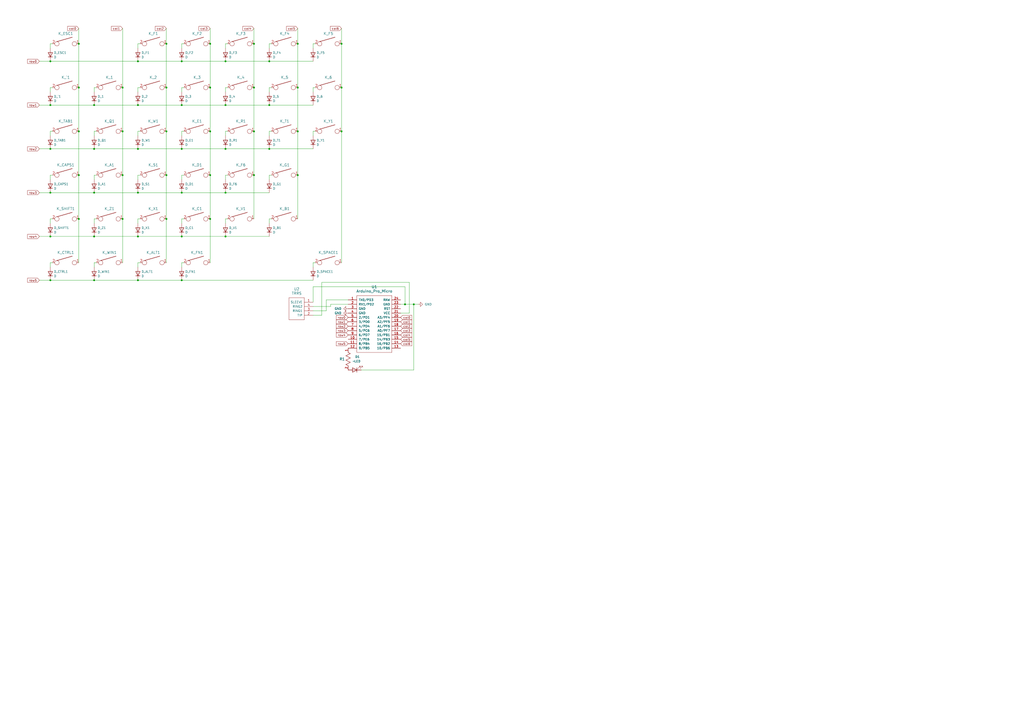
<source format=kicad_sch>
(kicad_sch (version 20230121) (generator eeschema)
  (paper "A2")
  (lib_symbols
    (symbol "2023-12-19_10-53-02:ERJP06J7R5V" (pin_names (offset 0.254))
      (property "Reference" "R" (at 5.715 3.81 0))
      (property "Value" "ERJP06J7R5V" (at 6.35 -3.81 0))
      (symbol "ERJP06J7R5V_1_1"
        (polyline (pts (xy 2.54 0) (xy 3.175 1.27)) (stroke (width 0.2032)))
        (polyline (pts (xy 3.175 1.27) (xy 4.445 -1.27)) (stroke (width 0.2032)))
        (polyline (pts (xy 4.445 -1.27) (xy 5.715 1.27)) (stroke (width 0.2032)))
        (polyline (pts (xy 5.715 1.27) (xy 6.985 -1.27)) (stroke (width 0.2032)))
        (polyline (pts (xy 6.985 -1.27) (xy 8.255 1.27)) (stroke (width 0.2032)))
        (polyline (pts (xy 8.255 1.27) (xy 9.525 -1.27)) (stroke (width 0.2032)))
        (polyline (pts (xy 9.525 -1.27) (xy 10.16 0)) (stroke (width 0.2032)))
        (pin unspecified line (at 12.7 0 180) (length 2.54) (name "") (number "1"))
        (pin unspecified line (at 0 0 0) (length 2.54) (name "") (number "2"))
      )
      (symbol "ERJP06J7R5V_1_2"
        (polyline (pts (xy -1.27 3.175) (xy 1.27 4.445)) (stroke (width 0.2032)))
        (polyline (pts (xy -1.27 5.715) (xy 1.27 6.985)) (stroke (width 0.2032)))
        (polyline (pts (xy -1.27 8.255) (xy 1.27 9.525)) (stroke (width 0.2032)))
        (polyline (pts (xy 0 2.54) (xy -1.27 3.175)) (stroke (width 0.2032)))
        (polyline (pts (xy 1.27 4.445) (xy -1.27 5.715)) (stroke (width 0.2032)))
        (polyline (pts (xy 1.27 6.985) (xy -1.27 8.255)) (stroke (width 0.2032)))
        (polyline (pts (xy 1.27 9.525) (xy 0 10.16)) (stroke (width 0.2032)))
        (pin unspecified line (at 0 12.7 270) (length 2.54) (name "") (number "1"))
        (pin unspecified line (at 0 0 90) (length 2.54) (name "") (number "2"))
      )
    )
    (symbol "Device:D" (pin_numbers hide) (pin_names (offset 1.016) hide)
      (property "Reference" "D" (at 0 2.54 0))
      (property "Value" "D" (at 0 -2.54 0))
      (symbol "D_0_1"
        (polyline (pts (xy -1.27 1.27) (xy -1.27 -1.27)) (stroke (width 0.254)))
        (polyline (pts (xy 1.27 0) (xy -1.27 0)))
        (polyline (pts (xy 1.27 1.27) (xy 1.27 -1.27) (xy -1.27 0) (xy 1.27 1.27)) (stroke (width 0.254)))
      )
      (symbol "D_1_1"
        (pin passive line (at -3.81 0 0) (length 2.54) (name "K") (number "1"))
        (pin passive line (at 3.81 0 180) (length 2.54) (name "A") (number "2"))
      )
    )
    (symbol "Device:LED" (pin_numbers hide) (pin_names (offset 1.016) hide)
      (property "Reference" "D" (at 0 2.54 0))
      (property "Value" "LED" (at 0 -2.54 0))
      (symbol "LED_0_1"
        (polyline (pts (xy -1.27 -1.27) (xy -1.27 1.27)) (stroke (width 0.254)))
        (polyline (pts (xy -1.27 0) (xy 1.27 0)))
        (polyline (pts (xy 1.27 -1.27) (xy 1.27 1.27) (xy -1.27 0) (xy 1.27 -1.27)) (stroke (width 0.254)))
        (polyline (pts (xy -3.048 -0.762) (xy -4.572 -2.286) (xy -3.81 -2.286) (xy -4.572 -2.286) (xy -4.572 -1.524)))
        (polyline (pts (xy -1.778 -0.762) (xy -3.302 -2.286) (xy -2.54 -2.286) (xy -3.302 -2.286) (xy -3.302 -1.524)))
      )
      (symbol "LED_1_1"
        (pin passive line (at -3.81 0 0) (length 2.54) (name "K") (number "1"))
        (pin passive line (at 3.81 0 180) (length 2.54) (name "A") (number "2"))
      )
    )
    (symbol "ScottoKeebs:MCU_Arduino_Pro_Micro" (pin_names (offset 1.016))
      (property "Reference" "U" (at 0 0 0))
      (property "Value" "Arduino_Pro_Micro" (at 0 -19.05 0))
      (symbol "MCU_Arduino_Pro_Micro_0_1"
        (rectangle (start -10.16 16.51) (end 10.16 -16.51))
      )
      (symbol "MCU_Arduino_Pro_Micro_1_1"
        (pin input line (at -15.24 13.97 0) (length 5.08) (name "TX0/PD3") (number "1"))
        (pin input line (at -15.24 -8.89 0) (length 5.08) (name "7/PE6") (number "10"))
        (pin input line (at -15.24 -11.43 0) (length 5.08) (name "8/PB4") (number "11"))
        (pin input line (at -15.24 -13.97 0) (length 5.08) (name "9/PB5") (number "12"))
        (pin input line (at 15.24 -13.97 180) (length 5.08) (name "10/PB6") (number "13"))
        (pin input line (at 15.24 -11.43 180) (length 5.08) (name "16/PB2") (number "14"))
        (pin input line (at 15.24 -8.89 180) (length 5.08) (name "14/PB3") (number "15"))
        (pin input line (at 15.24 -6.35 180) (length 5.08) (name "15/PB1") (number "16"))
        (pin input line (at 15.24 -3.81 180) (length 5.08) (name "A0/PF7") (number "17"))
        (pin input line (at 15.24 -1.27 180) (length 5.08) (name "A1/PF6") (number "18"))
        (pin input line (at 15.24 1.27 180) (length 5.08) (name "A2/PF5") (number "19"))
        (pin input line (at -15.24 11.43 0) (length 5.08) (name "RX1/PD2") (number "2"))
        (pin input line (at 15.24 3.81 180) (length 5.08) (name "A3/PF4") (number "20"))
        (pin input line (at 15.24 6.35 180) (length 5.08) (name "VCC") (number "21"))
        (pin input line (at 15.24 8.89 180) (length 5.08) (name "RST") (number "22"))
        (pin input line (at 15.24 11.43 180) (length 5.08) (name "GND") (number "23"))
        (pin input line (at 15.24 13.97 180) (length 5.08) (name "RAW") (number "24"))
        (pin input line (at -15.24 8.89 0) (length 5.08) (name "GND") (number "3"))
        (pin input line (at -15.24 6.35 0) (length 5.08) (name "GND") (number "4"))
        (pin input line (at -15.24 3.81 0) (length 5.08) (name "2/PD1") (number "5"))
        (pin input line (at -15.24 1.27 0) (length 5.08) (name "3/PD0") (number "6"))
        (pin input line (at -15.24 -1.27 0) (length 5.08) (name "4/PD4") (number "7"))
        (pin input line (at -15.24 -3.81 0) (length 5.08) (name "5/PC6") (number "8"))
        (pin input line (at -15.24 -6.35 0) (length 5.08) (name "6/PD7") (number "9"))
      )
    )
    (symbol "ScottoKeebs:Placeholder_TRRS" (pin_names (offset 1.016))
      (property "Reference" "U" (at 0 15.24 0))
      (property "Value" "TRRS" (at 0 -2.54 0))
      (symbol "Placeholder_TRRS_0_1"
        (rectangle (start -3.81 0) (end -3.81 12.7))
        (rectangle (start -3.81 0) (end 5.08 0))
        (rectangle (start -3.81 12.7) (end 5.08 12.7))
        (rectangle (start 5.08 12.7) (end 5.08 0))
      )
      (symbol "Placeholder_TRRS_1_1"
        (pin input line (at -8.89 2.54 0) (length 5.08) (name "SLEEVE") (number "1"))
        (pin input line (at -8.89 10.16 0) (length 5.08) (name "TIP") (number "2"))
        (pin input line (at -8.89 7.62 0) (length 5.08) (name "RING1") (number "3"))
        (pin input line (at -8.89 5.08 0) (length 5.08) (name "RING2") (number "4"))
      )
    )
    (symbol "keyboard_parts:KEYSW" (pin_names (offset 1.016))
      (property "Reference" "K?" (at -1.27 0 0))
      (symbol "KEYSW_0_1"
        (circle (center -5.08 0) (radius 1.27))
        (polyline (pts (xy -5.08 1.27) (xy 3.81 3.81)) (stroke (width 0.254)))
        (circle (center 5.08 0) (radius 1.27))
      )
      (symbol "KEYSW_1_1"
        (pin passive line (at 7.62 0 180) (length 1.27) (name "~") (number "1"))
        (pin passive line (at -7.62 0 0) (length 1.27) (name "~") (number "2"))
      )
    )
    (symbol "power:GND" (power) (pin_names (offset 0))
      (property "Value" "GND" (at 0 -3.81 0))
      (symbol "GND_0_1"
        (polyline (pts (xy 0 0) (xy 0 -1.27) (xy 1.27 -1.27) (xy 0 -2.54) (xy -1.27 -1.27) (xy 0 -1.27)))
      )
      (symbol "GND_1_1"
        (pin power_in line (at 0 0 270) (length 0) hide (name "GND") (number "1"))
      )
    )
  )
  (junction (at 105.41 111.76))
  (junction (at 54.61 111.76))
  (junction (at 45.72 127))
  (junction (at 105.41 137.16))
  (junction (at 71.12 50.8))
  (junction (at 80.01 86.36))
  (junction (at 198.12 50.8))
  (junction (at 156.21 86.36))
  (junction (at 156.21 35.56))
  (junction (at 147.32 101.6))
  (junction (at 172.72 76.2))
  (junction (at 156.21 60.96))
  (junction (at 54.61 137.16))
  (junction (at 71.12 127))
  (junction (at 121.92 25.4))
  (junction (at 29.21 35.56))
  (junction (at 54.61 162.56))
  (junction (at 29.21 162.56))
  (junction (at 105.41 162.56))
  (junction (at 172.72 25.4))
  (junction (at 29.21 60.96))
  (junction (at 130.81 137.16))
  (junction (at 96.52 101.6))
  (junction (at 29.21 111.76))
  (junction (at 130.81 86.36))
  (junction (at 54.61 86.36))
  (junction (at 147.32 76.2))
  (junction (at 96.52 50.8))
  (junction (at 80.01 35.56))
  (junction (at 121.92 127))
  (junction (at 240.03 176.53))
  (junction (at 234.95 176.53))
  (junction (at 96.52 76.2))
  (junction (at 96.52 25.4))
  (junction (at 105.41 35.56))
  (junction (at 54.61 60.96))
  (junction (at 45.72 50.8))
  (junction (at 130.81 60.96))
  (junction (at 71.12 101.6))
  (junction (at 105.41 60.96))
  (junction (at 198.12 25.4))
  (junction (at 121.92 50.8))
  (junction (at 80.01 162.56))
  (junction (at 71.12 76.2))
  (junction (at 121.92 101.6))
  (junction (at 80.01 111.76))
  (junction (at 121.92 76.2))
  (junction (at 45.72 76.2))
  (junction (at 45.72 25.4))
  (junction (at 172.72 101.6))
  (junction (at 105.41 86.36))
  (junction (at 29.21 137.16))
  (junction (at 147.32 50.8))
  (junction (at 198.12 76.2))
  (junction (at 45.72 101.6))
  (junction (at 29.21 86.36))
  (junction (at 80.01 60.96))
  (junction (at 130.81 111.76))
  (junction (at 147.32 25.4))
  (junction (at 130.81 35.56))
  (junction (at 96.52 127))
  (junction (at 80.01 137.16))
  (junction (at 172.72 50.8))
  (wire (pts (xy 22.86 162.56) (xy 29.21 162.56)))
  (wire (pts (xy 121.92 101.6) (xy 121.92 76.2)))
  (wire (pts (xy 29.21 127) (xy 29.21 129.54)))
  (wire (pts (xy 80.01 162.56) (xy 105.41 162.56)))
  (wire (pts (xy 54.61 76.2) (xy 54.61 78.74)))
  (wire (pts (xy 45.72 152.4) (xy 45.72 127)))
  (wire (pts (xy 106.68 101.6) (xy 105.41 101.6)))
  (wire (pts (xy 130.81 35.56) (xy 156.21 35.56)))
  (wire (pts (xy 156.21 86.36) (xy 181.61 86.36)))
  (wire (pts (xy 147.32 101.6) (xy 147.32 76.2)))
  (wire (pts (xy 105.41 86.36) (xy 130.81 86.36)))
  (wire (pts (xy 121.92 152.4) (xy 121.92 127)))
  (wire (pts (xy 29.21 86.36) (xy 54.61 86.36)))
  (wire (pts (xy 54.61 152.4) (xy 54.61 154.94)))
  (wire (pts (xy 172.72 127) (xy 172.72 101.6)))
  (wire (pts (xy 54.61 111.76) (xy 80.01 111.76)))
  (wire (pts (xy 191.77 176.53) (xy 191.77 177.8)))
  (wire (pts (xy 156.21 101.6) (xy 156.21 104.14)))
  (wire (pts (xy 71.12 16.51) (xy 71.12 50.8)))
  (wire (pts (xy 29.21 137.16) (xy 54.61 137.16)))
  (wire (pts (xy 29.21 101.6) (xy 29.21 104.14)))
  (wire (pts (xy 29.21 25.4) (xy 29.21 27.94)))
  (wire (pts (xy 96.52 76.2) (xy 96.52 50.8)))
  (wire (pts (xy 105.41 162.56) (xy 181.61 162.56)))
  (wire (pts (xy 54.61 127) (xy 54.61 129.54)))
  (wire (pts (xy 80.01 50.8) (xy 80.01 53.34)))
  (wire (pts (xy 106.68 152.4) (xy 105.41 152.4)))
  (wire (pts (xy 132.08 76.2) (xy 130.81 76.2)))
  (wire (pts (xy 55.88 127) (xy 54.61 127)))
  (wire (pts (xy 132.08 101.6) (xy 130.81 101.6)))
  (wire (pts (xy 240.03 176.53) (xy 242.57 176.53)))
  (wire (pts (xy 106.68 76.2) (xy 105.41 76.2)))
  (wire (pts (xy 22.86 86.36) (xy 29.21 86.36)))
  (wire (pts (xy 182.88 50.8) (xy 181.61 50.8)))
  (wire (pts (xy 105.41 60.96) (xy 130.81 60.96)))
  (wire (pts (xy 80.01 127) (xy 80.01 129.54)))
  (wire (pts (xy 54.61 137.16) (xy 80.01 137.16)))
  (wire (pts (xy 105.41 25.4) (xy 105.41 27.94)))
  (wire (pts (xy 29.21 60.96) (xy 54.61 60.96)))
  (wire (pts (xy 181.61 25.4) (xy 181.61 27.94)))
  (wire (pts (xy 29.21 35.56) (xy 80.01 35.56)))
  (wire (pts (xy 130.81 86.36) (xy 156.21 86.36)))
  (wire (pts (xy 80.01 137.16) (xy 105.41 137.16)))
  (wire (pts (xy 80.01 60.96) (xy 105.41 60.96)))
  (wire (pts (xy 54.61 50.8) (xy 54.61 53.34)))
  (wire (pts (xy 105.41 111.76) (xy 130.81 111.76)))
  (wire (pts (xy 156.21 25.4) (xy 156.21 27.94)))
  (wire (pts (xy 172.72 16.51) (xy 172.72 25.4)))
  (wire (pts (xy 157.48 76.2) (xy 156.21 76.2)))
  (wire (pts (xy 156.21 127) (xy 156.21 129.54)))
  (wire (pts (xy 189.23 180.34) (xy 189.23 173.99)))
  (wire (pts (xy 71.12 76.2) (xy 71.12 50.8)))
  (wire (pts (xy 121.92 16.51) (xy 121.92 25.4)))
  (wire (pts (xy 156.21 60.96) (xy 181.61 60.96)))
  (wire (pts (xy 198.12 16.51) (xy 198.12 25.4)))
  (wire (pts (xy 29.21 76.2) (xy 29.21 78.74)))
  (wire (pts (xy 105.41 137.16) (xy 130.81 137.16)))
  (wire (pts (xy 54.61 60.96) (xy 80.01 60.96)))
  (wire (pts (xy 80.01 86.36) (xy 105.41 86.36)))
  (wire (pts (xy 182.88 25.4) (xy 181.61 25.4)))
  (wire (pts (xy 45.72 16.51) (xy 45.72 25.4)))
  (wire (pts (xy 30.48 127) (xy 29.21 127)))
  (wire (pts (xy 71.12 101.6) (xy 71.12 76.2)))
  (wire (pts (xy 240.03 176.53) (xy 234.95 176.53)))
  (wire (pts (xy 172.72 50.8) (xy 172.72 25.4)))
  (wire (pts (xy 182.88 152.4) (xy 181.61 152.4)))
  (wire (pts (xy 130.81 25.4) (xy 130.81 27.94)))
  (wire (pts (xy 147.32 127) (xy 147.32 101.6)))
  (wire (pts (xy 156.21 50.8) (xy 156.21 53.34)))
  (wire (pts (xy 234.95 176.53) (xy 232.41 176.53)))
  (wire (pts (xy 147.32 50.8) (xy 147.32 25.4)))
  (wire (pts (xy 172.72 101.6) (xy 172.72 76.2)))
  (wire (pts (xy 30.48 101.6) (xy 29.21 101.6)))
  (wire (pts (xy 80.01 76.2) (xy 80.01 78.74)))
  (wire (pts (xy 22.86 35.56) (xy 29.21 35.56)))
  (wire (pts (xy 71.12 152.4) (xy 71.12 127)))
  (wire (pts (xy 45.72 127) (xy 45.72 101.6)))
  (wire (pts (xy 106.68 25.4) (xy 105.41 25.4)))
  (wire (pts (xy 191.77 177.8) (xy 181.61 177.8)))
  (wire (pts (xy 105.41 76.2) (xy 105.41 78.74)))
  (wire (pts (xy 45.72 50.8) (xy 45.72 25.4)))
  (wire (pts (xy 147.32 76.2) (xy 147.32 50.8)))
  (wire (pts (xy 181.61 76.2) (xy 181.61 78.74)))
  (wire (pts (xy 45.72 76.2) (xy 45.72 50.8)))
  (wire (pts (xy 182.88 76.2) (xy 181.61 76.2)))
  (wire (pts (xy 81.28 127) (xy 80.01 127)))
  (wire (pts (xy 132.08 50.8) (xy 130.81 50.8)))
  (wire (pts (xy 106.68 127) (xy 105.41 127)))
  (wire (pts (xy 105.41 152.4) (xy 105.41 154.94)))
  (wire (pts (xy 105.41 50.8) (xy 105.41 53.34)))
  (wire (pts (xy 80.01 35.56) (xy 105.41 35.56)))
  (wire (pts (xy 121.92 127) (xy 121.92 101.6)))
  (wire (pts (xy 22.86 60.96) (xy 29.21 60.96)))
  (wire (pts (xy 130.81 111.76) (xy 156.21 111.76)))
  (wire (pts (xy 157.48 101.6) (xy 156.21 101.6)))
  (wire (pts (xy 22.86 137.16) (xy 29.21 137.16)))
  (wire (pts (xy 201.93 176.53) (xy 191.77 176.53)))
  (wire (pts (xy 30.48 50.8) (xy 29.21 50.8)))
  (wire (pts (xy 189.23 173.99) (xy 201.93 173.99)))
  (wire (pts (xy 198.12 50.8) (xy 198.12 25.4)))
  (wire (pts (xy 209.55 214.63) (xy 240.03 214.63)))
  (wire (pts (xy 156.21 35.56) (xy 181.61 35.56)))
  (wire (pts (xy 80.01 152.4) (xy 80.01 154.94)))
  (wire (pts (xy 181.61 50.8) (xy 181.61 53.34)))
  (wire (pts (xy 80.01 111.76) (xy 105.41 111.76)))
  (wire (pts (xy 130.81 60.96) (xy 156.21 60.96)))
  (wire (pts (xy 81.28 50.8) (xy 80.01 50.8)))
  (wire (pts (xy 232.41 181.61) (xy 237.49 181.61)))
  (wire (pts (xy 29.21 162.56) (xy 54.61 162.56)))
  (wire (pts (xy 181.61 152.4) (xy 181.61 154.94)))
  (wire (pts (xy 29.21 50.8) (xy 29.21 53.34)))
  (wire (pts (xy 54.61 86.36) (xy 80.01 86.36)))
  (wire (pts (xy 181.61 180.34) (xy 189.23 180.34)))
  (wire (pts (xy 234.95 166.37) (xy 234.95 176.53)))
  (wire (pts (xy 198.12 152.4) (xy 198.12 76.2)))
  (wire (pts (xy 130.81 50.8) (xy 130.81 53.34)))
  (wire (pts (xy 30.48 76.2) (xy 29.21 76.2)))
  (wire (pts (xy 81.28 76.2) (xy 80.01 76.2)))
  (wire (pts (xy 55.88 50.8) (xy 54.61 50.8)))
  (wire (pts (xy 147.32 16.51) (xy 147.32 25.4)))
  (wire (pts (xy 81.28 152.4) (xy 80.01 152.4)))
  (wire (pts (xy 198.12 76.2) (xy 198.12 50.8)))
  (wire (pts (xy 80.01 101.6) (xy 80.01 104.14)))
  (wire (pts (xy 105.41 35.56) (xy 130.81 35.56)))
  (wire (pts (xy 157.48 25.4) (xy 156.21 25.4)))
  (wire (pts (xy 96.52 101.6) (xy 96.52 76.2)))
  (wire (pts (xy 157.48 50.8) (xy 156.21 50.8)))
  (wire (pts (xy 106.68 50.8) (xy 105.41 50.8)))
  (wire (pts (xy 81.28 101.6) (xy 80.01 101.6)))
  (wire (pts (xy 156.21 76.2) (xy 156.21 78.74)))
  (wire (pts (xy 45.72 101.6) (xy 45.72 76.2)))
  (wire (pts (xy 130.81 101.6) (xy 130.81 104.14)))
  (wire (pts (xy 55.88 101.6) (xy 54.61 101.6)))
  (wire (pts (xy 132.08 25.4) (xy 130.81 25.4)))
  (wire (pts (xy 132.08 127) (xy 130.81 127)))
  (wire (pts (xy 240.03 214.63) (xy 240.03 176.53)))
  (wire (pts (xy 186.69 163.83) (xy 186.69 182.88)))
  (wire (pts (xy 181.61 166.37) (xy 234.95 166.37)))
  (wire (pts (xy 96.52 50.8) (xy 96.52 25.4)))
  (wire (pts (xy 29.21 152.4) (xy 29.21 154.94)))
  (wire (pts (xy 130.81 127) (xy 130.81 129.54)))
  (wire (pts (xy 80.01 25.4) (xy 80.01 27.94)))
  (wire (pts (xy 157.48 127) (xy 156.21 127)))
  (wire (pts (xy 130.81 76.2) (xy 130.81 78.74)))
  (wire (pts (xy 22.86 111.76) (xy 29.21 111.76)))
  (wire (pts (xy 186.69 182.88) (xy 181.61 182.88)))
  (wire (pts (xy 71.12 127) (xy 71.12 101.6)))
  (wire (pts (xy 30.48 152.4) (xy 29.21 152.4)))
  (wire (pts (xy 55.88 76.2) (xy 54.61 76.2)))
  (wire (pts (xy 96.52 152.4) (xy 96.52 127)))
  (wire (pts (xy 54.61 162.56) (xy 80.01 162.56)))
  (wire (pts (xy 105.41 101.6) (xy 105.41 104.14)))
  (wire (pts (xy 96.52 16.51) (xy 96.52 25.4)))
  (wire (pts (xy 237.49 181.61) (xy 237.49 163.83)))
  (wire (pts (xy 81.28 25.4) (xy 80.01 25.4)))
  (wire (pts (xy 121.92 50.8) (xy 121.92 25.4)))
  (wire (pts (xy 181.61 175.26) (xy 181.61 166.37)))
  (wire (pts (xy 54.61 101.6) (xy 54.61 104.14)))
  (wire (pts (xy 29.21 111.76) (xy 54.61 111.76)))
  (wire (pts (xy 130.81 137.16) (xy 156.21 137.16)))
  (wire (pts (xy 237.49 163.83) (xy 186.69 163.83)))
  (wire (pts (xy 172.72 76.2) (xy 172.72 50.8)))
  (wire (pts (xy 96.52 127) (xy 96.52 101.6)))
  (wire (pts (xy 105.41 127) (xy 105.41 129.54)))
  (wire (pts (xy 121.92 76.2) (xy 121.92 50.8)))
  (wire (pts (xy 55.88 152.4) (xy 54.61 152.4)))
  (wire (pts (xy 30.48 25.4) (xy 29.21 25.4)))
  (global_label "row4" (shape input) (at 22.86 137.16 180) (property "Intersheetrefs" "${INTERSHEET_REFS}" (effects hide)))
  (global_label "row1" (shape input) (at 201.93 186.69 180) (property "Intersheetrefs" "${INTERSHEET_REFS}" (effects hide)))
  (global_label "col6" (shape input) (at 198.12 16.51 180) (property "Intersheetrefs" "${INTERSHEET_REFS}" (effects hide)))
  (global_label "row2" (shape input) (at 201.93 189.23 180) (property "Intersheetrefs" "${INTERSHEET_REFS}" (effects hide)))
  (global_label "col0" (shape input) (at 45.72 16.51 180) (property "Intersheetrefs" "${INTERSHEET_REFS}" (effects hide)))
  (global_label "col3" (shape input) (at 232.41 191.77 0) (property "Intersheetrefs" "${INTERSHEET_REFS}" (effects hide)))
  (global_label "col4" (shape input) (at 232.41 194.31 0) (property "Intersheetrefs" "${INTERSHEET_REFS}" (effects hide)))
  (global_label "row2" (shape input) (at 22.86 86.36 180) (property "Intersheetrefs" "${INTERSHEET_REFS}" (effects hide)))
  (global_label "col2" (shape input) (at 232.41 189.23 0) (property "Intersheetrefs" "${INTERSHEET_REFS}" (effects hide)))
  (global_label "row5" (shape input) (at 201.93 199.39 180) (property "Intersheetrefs" "${INTERSHEET_REFS}" (effects hide)))
  (global_label "row5" (shape input) (at 22.86 162.56 180) (property "Intersheetrefs" "${INTERSHEET_REFS}" (effects hide)))
  (global_label "col1" (shape input) (at 71.12 16.51 180) (property "Intersheetrefs" "${INTERSHEET_REFS}" (effects hide)))
  (global_label "col1" (shape input) (at 232.41 186.69 0) (property "Intersheetrefs" "${INTERSHEET_REFS}" (effects hide)))
  (global_label "row0" (shape input) (at 22.86 35.56 180) (property "Intersheetrefs" "${INTERSHEET_REFS}" (effects hide)))
  (global_label "col0" (shape input) (at 232.41 184.15 0) (property "Intersheetrefs" "${INTERSHEET_REFS}" (effects hide)))
  (global_label "col5" (shape input) (at 172.72 16.51 180) (property "Intersheetrefs" "${INTERSHEET_REFS}" (effects hide)))
  (global_label "row4" (shape input) (at 201.93 194.31 180) (property "Intersheetrefs" "${INTERSHEET_REFS}" (effects hide)))
  (global_label "row1" (shape input) (at 22.86 60.96 180) (property "Intersheetrefs" "${INTERSHEET_REFS}" (effects hide)))
  (global_label "col2" (shape input) (at 96.52 16.51 180) (property "Intersheetrefs" "${INTERSHEET_REFS}" (effects hide)))
  (global_label "col6" (shape input) (at 232.41 199.39 0) (property "Intersheetrefs" "${INTERSHEET_REFS}" (effects hide)))
  (global_label "row3" (shape input) (at 22.86 111.76 180) (property "Intersheetrefs" "${INTERSHEET_REFS}" (effects hide)))
  (global_label "col5" (shape input) (at 232.41 196.85 0) (property "Intersheetrefs" "${INTERSHEET_REFS}" (effects hide)))
  (global_label "row3" (shape input) (at 201.93 191.77 180) (property "Intersheetrefs" "${INTERSHEET_REFS}" (effects hide)))
  (global_label "col4" (shape input) (at 147.32 16.51 180) (property "Intersheetrefs" "${INTERSHEET_REFS}" (effects hide)))
  (global_label "row0" (shape input) (at 201.93 184.15 180) (property "Intersheetrefs" "${INTERSHEET_REFS}" (effects hide)))
  (global_label "col3" (shape input) (at 121.92 16.51 180) (property "Intersheetrefs" "${INTERSHEET_REFS}" (effects hide)))
  (symbol (lib_id "power:GND") (at 242.57 176.53 90) (unit 1)
    (property "Reference" "#PWR03" (effects hide))
    (property "Value" "GND" (at 246.38 176.53 90) (effects (justify right)))
  )
  (symbol (lib_id "keyboard_parts:KEYSW") (at 190.5 25.4 0) (unit 1)
    (property "Reference" "K_F5" (at 190.5 19.4818 0) (effects (font (size 1.524 1.524))))
    (property "Value" "KEYSW" (effects hide))
    (property "Footprint" "MX_Alps_Hybrid_3:MXOnly-1U-Hotswap" (effects hide))
  )
  (symbol (lib_id "keyboard_parts:KEYSW") (at 38.1 76.2 0) (unit 1)
    (property "Reference" "K_TAB1" (at 38.1 70.2818 0) (effects (font (size 1.524 1.524))))
    (property "Value" "KEYSW" (effects hide))
    (property "Footprint" "MX_Alps_Hybrid_3:MXOnly-1.5U-Hotswap" (effects hide))
  )
  (symbol (lib_id "Device:D") (at 156.21 57.15 90) (unit 1)
    (property "Reference" "D_5" (at 158.2166 55.9816 90) (effects (justify right)))
    (property "Value" "D" (at 158.2166 58.547 90) (effects (justify right)))
    (property "Footprint" "keyboard_parts:D_SOD123_axial" (effects hide))
  )
  (symbol (lib_id "Device:D") (at 54.61 82.55 90) (unit 1)
    (property "Reference" "D_Q1" (at 56.6166 81.3816 90) (effects (justify right)))
    (property "Value" "D" (at 56.6166 83.947 90) (effects (justify right)))
    (property "Footprint" "keyboard_parts:D_SOD123_axial" (effects hide))
  )
  (symbol (lib_id "keyboard_parts:KEYSW") (at 114.3 101.6 0) (unit 1)
    (property "Reference" "K_D1" (at 114.3 95.6818 0) (effects (font (size 1.524 1.524))))
    (property "Value" "KEYSW" (effects hide))
    (property "Footprint" "MX_Alps_Hybrid_3:MXOnly-1U-Hotswap" (effects hide))
  )
  (symbol (lib_id "Device:D") (at 29.21 31.75 90) (unit 1)
    (property "Reference" "D_ESC1" (at 31.2166 30.5816 90) (effects (justify right)))
    (property "Value" "D" (at 31.2166 33.147 90) (effects (justify right)))
    (property "Footprint" "keyboard_parts:D_SOD123_axial" (effects hide))
  )
  (symbol (lib_id "Device:D") (at 29.21 158.75 90) (unit 1)
    (property "Reference" "D_CTRL1" (at 31.2166 157.5816 90) (effects (justify right)))
    (property "Value" "D" (at 31.2166 160.147 90) (effects (justify right)))
    (property "Footprint" "keyboard_parts:D_SOD123_axial" (effects hide))
  )
  (symbol (lib_id "keyboard_parts:KEYSW") (at 88.9 127 0) (unit 1)
    (property "Reference" "K_X1" (at 88.9 121.0818 0) (effects (font (size 1.524 1.524))))
    (property "Value" "KEYSW" (effects hide))
    (property "Footprint" "MX_Alps_Hybrid_3:MXOnly-1U-Hotswap" (effects hide))
  )
  (symbol (lib_id "keyboard_parts:KEYSW") (at 63.5 101.6 0) (unit 1)
    (property "Reference" "K_A1" (at 63.5 95.6818 0) (effects (font (size 1.524 1.524))))
    (property "Value" "KEYSW" (effects hide))
    (property "Footprint" "MX_Alps_Hybrid_3:MXOnly-1U-Hotswap" (effects hide))
  )
  (symbol (lib_id "keyboard_parts:KEYSW") (at 114.3 76.2 0) (unit 1)
    (property "Reference" "K_E1" (at 114.3 70.2818 0) (effects (font (size 1.524 1.524))))
    (property "Value" "KEYSW" (effects hide))
    (property "Footprint" "MX_Alps_Hybrid_3:MXOnly-1U-Hotswap" (effects hide))
  )
  (symbol (lib_id "Device:D") (at 181.61 31.75 90) (unit 1)
    (property "Reference" "D_F5" (at 183.6166 30.5816 90) (effects (justify right)))
    (property "Value" "D" (at 183.6166 33.147 90) (effects (justify right)))
    (property "Footprint" "keyboard_parts:D_SOD123_axial" (effects hide))
  )
  (symbol (lib_id "Device:D") (at 54.61 107.95 90) (unit 1)
    (property "Reference" "D_A1" (at 56.6166 106.7816 90) (effects (justify right)))
    (property "Value" "D" (at 56.6166 109.347 90) (effects (justify right)))
    (property "Footprint" "keyboard_parts:D_SOD123_axial" (effects hide))
  )
  (symbol (lib_id "Device:D") (at 54.61 133.35 90) (unit 1)
    (property "Reference" "D_Z1" (at 56.6166 132.1816 90) (effects (justify right)))
    (property "Value" "D" (at 56.6166 134.747 90) (effects (justify right)))
    (property "Footprint" "keyboard_parts:D_SOD123_axial" (effects hide))
  )
  (symbol (lib_id "keyboard_parts:KEYSW") (at 38.1 127 0) (unit 1)
    (property "Reference" "K_SHIFT1" (at 38.1 121.0818 0) (effects (font (size 1.524 1.524))))
    (property "Value" "KEYSW" (effects hide))
    (property "Footprint" "MX_Alps_Hybrid_3:MXOnly-2.25U-Hotswap" (effects hide))
  )
  (symbol (lib_id "keyboard_parts:KEYSW") (at 63.5 152.4 0) (unit 1)
    (property "Reference" "K_WIN1" (at 63.5 146.4818 0) (effects (font (size 1.524 1.524))))
    (property "Value" "KEYSW" (effects hide))
    (property "Footprint" "MX_Alps_Hybrid_3:MXOnly-1.25U-Hotswap" (effects hide))
  )
  (symbol (lib_id "Device:D") (at 130.81 107.95 90) (unit 1)
    (property "Reference" "D_F6" (at 132.8166 106.7816 90) (effects (justify right)))
    (property "Value" "D" (at 132.8166 109.347 90) (effects (justify right)))
    (property "Footprint" "keyboard_parts:D_SOD123_axial" (effects hide))
  )
  (symbol (lib_id "2023-12-19_10-53-02:ERJP06J7R5V") (at 201.93 214.63 90) (unit 1)
    (property "Reference" "R1" (at 196.85 208.28 90) (effects (font (size 1.524 1.524)) (justify right)))
    (property "Value" "~" (at 204.47 209.55 90) (effects (font (size 1.524 1.524)) (justify right)))
    (property "Footprint" "Resistor_SMD:R_0805_2012Metric_Pad1.20x1.40mm_HandSolder" (effects hide))
    (property "Datasheet" "ERJP06J7R5V" (effects hide))
  )
  (symbol (lib_id "Device:D") (at 156.21 107.95 90) (unit 1)
    (property "Reference" "D_G1" (at 158.2166 106.7816 90) (effects (justify right)))
    (property "Value" "D" (at 158.2166 109.347 90) (effects (justify right)))
    (property "Footprint" "keyboard_parts:D_SOD123_axial" (effects hide))
  )
  (symbol (lib_id "keyboard_parts:KEYSW") (at 190.5 152.4 0) (unit 1)
    (property "Reference" "K_SPACE1" (at 190.5 146.4818 0) (effects (font (size 1.524 1.524))))
    (property "Value" "KEYSW" (effects hide))
    (property "Footprint" "MX_Alps_Hybrid_3:MXOnly-2.25U-Hotswap" (effects hide))
  )
  (symbol (lib_id "Device:D") (at 105.41 31.75 90) (unit 1)
    (property "Reference" "D_F2" (at 107.4166 30.5816 90) (effects (justify right)))
    (property "Value" "D" (at 107.4166 33.147 90) (effects (justify right)))
    (property "Footprint" "keyboard_parts:D_SOD123_axial" (effects hide))
  )
  (symbol (lib_id "Device:D") (at 181.61 158.75 90) (unit 1)
    (property "Reference" "D_SPACE1" (at 183.6166 157.5816 90) (effects (justify right)))
    (property "Value" "D" (at 183.6166 160.147 90) (effects (justify right)))
    (property "Footprint" "keyboard_parts:D_SOD123_axial" (effects hide))
  )
  (symbol (lib_id "power:GND") (at 201.93 181.61 270) (unit 1)
    (property "Reference" "#PWR02" (effects hide))
    (property "Value" "GND" (at 198.12 181.61 90) (effects (justify right)))
  )
  (symbol (lib_id "keyboard_parts:KEYSW") (at 190.5 50.8 0) (unit 1)
    (property "Reference" "K_6" (at 190.5 44.8818 0) (effects (font (size 1.524 1.524))))
    (property "Value" "KEYSW" (effects hide))
    (property "Footprint" "MX_Alps_Hybrid_3:MXOnly-1U-Hotswap" (effects hide))
  )
  (symbol (lib_id "Device:D") (at 130.81 57.15 90) (unit 1)
    (property "Reference" "D_4" (at 132.8166 55.9816 90) (effects (justify right)))
    (property "Value" "D" (at 132.8166 58.547 90) (effects (justify right)))
    (property "Footprint" "keyboard_parts:D_SOD123_axial" (effects hide))
  )
  (symbol (lib_id "Device:D") (at 29.21 133.35 90) (unit 1)
    (property "Reference" "D_SHIFT1" (at 31.2166 132.1816 90) (effects (justify right)))
    (property "Value" "D" (at 31.2166 134.747 90) (effects (justify right)))
    (property "Footprint" "keyboard_parts:D_SOD123_axial" (effects hide))
  )
  (symbol (lib_id "keyboard_parts:KEYSW") (at 88.9 76.2 0) (unit 1)
    (property "Reference" "K_W1" (at 88.9 70.2818 0) (effects (font (size 1.524 1.524))))
    (property "Value" "KEYSW" (effects hide))
    (property "Footprint" "MX_Alps_Hybrid_3:MXOnly-1U-Hotswap" (effects hide))
  )
  (symbol (lib_id "ScottoKeebs:MCU_Arduino_Pro_Micro") (at 217.17 187.96 0) (unit 1)
    (property "Reference" "U1" (at 217.17 166.37 0) (effects (font (size 1.524 1.524))))
    (property "Value" "Arduino_Pro_Micro" (at 217.17 168.91 0) (effects (font (size 1.524 1.524))))
    (property "Footprint" "ScottoKeebs_MCU:Arduino_Pro_Micro" (effects hide))
  )
  (symbol (lib_id "keyboard_parts:KEYSW") (at 63.5 50.8 0) (unit 1)
    (property "Reference" "K_1" (at 63.5 44.8818 0) (effects (font (size 1.524 1.524))))
    (property "Value" "KEYSW" (effects hide))
    (property "Footprint" "MX_Alps_Hybrid_3:MXOnly-1U-Hotswap" (effects hide))
  )
  (symbol (lib_id "keyboard_parts:KEYSW") (at 139.7 101.6 0) (unit 1)
    (property "Reference" "K_F6" (at 139.7 95.6818 0) (effects (font (size 1.524 1.524))))
    (property "Value" "KEYSW" (effects hide))
    (property "Footprint" "MX_Alps_Hybrid_3:MXOnly-1U-Hotswap" (effects hide))
  )
  (symbol (lib_id "Device:D") (at 105.41 133.35 90) (unit 1)
    (property "Reference" "D_C1" (at 107.4166 132.1816 90) (effects (justify right)))
    (property "Value" "D" (at 107.4166 134.747 90) (effects (justify right)))
    (property "Footprint" "keyboard_parts:D_SOD123_axial" (effects hide))
  )
  (symbol (lib_id "keyboard_parts:KEYSW") (at 165.1 76.2 0) (unit 1)
    (property "Reference" "K_T1" (at 165.1 70.2818 0) (effects (font (size 1.524 1.524))))
    (property "Value" "KEYSW" (effects hide))
    (property "Footprint" "MX_Alps_Hybrid_3:MXOnly-1U-Hotswap" (effects hide))
  )
  (symbol (lib_id "keyboard_parts:KEYSW") (at 38.1 101.6 0) (unit 1)
    (property "Reference" "K_CAPS1" (at 38.1 95.6818 0) (effects (font (size 1.524 1.524))))
    (property "Value" "KEYSW" (effects hide))
    (property "Footprint" "MX_Alps_Hybrid_3:MXOnly-1.75U-Hotswap" (effects hide))
  )
  (symbol (lib_id "keyboard_parts:KEYSW") (at 139.7 50.8 0) (unit 1)
    (property "Reference" "K_4" (at 139.7 44.8818 0) (effects (font (size 1.524 1.524))))
    (property "Value" "KEYSW" (effects hide))
    (property "Footprint" "MX_Alps_Hybrid_3:MXOnly-1U-Hotswap" (effects hide))
  )
  (symbol (lib_id "keyboard_parts:KEYSW") (at 114.3 152.4 0) (unit 1)
    (property "Reference" "K_FN1" (at 114.3 146.4818 0) (effects (font (size 1.524 1.524))))
    (property "Value" "KEYSW" (effects hide))
    (property "Footprint" "MX_Alps_Hybrid_3:MXOnly-1.25U-Hotswap" (effects hide))
  )
  (symbol (lib_id "keyboard_parts:KEYSW") (at 114.3 50.8 0) (unit 1)
    (property "Reference" "K_3" (at 114.3 44.8818 0) (effects (font (size 1.524 1.524))))
    (property "Value" "KEYSW" (effects hide))
    (property "Footprint" "MX_Alps_Hybrid_3:MXOnly-1U-Hotswap" (effects hide))
  )
  (symbol (lib_id "Device:D") (at 181.61 57.15 90) (unit 1)
    (property "Reference" "D_6" (at 183.6166 55.9816 90) (effects (justify right)))
    (property "Value" "D" (at 183.6166 58.547 90) (effects (justify right)))
    (property "Footprint" "keyboard_parts:D_SOD123_axial" (effects hide))
  )
  (symbol (lib_id "Device:D") (at 130.81 82.55 90) (unit 1)
    (property "Reference" "D_R1" (at 132.8166 81.3816 90) (effects (justify right)))
    (property "Value" "D" (at 132.8166 83.947 90) (effects (justify right)))
    (property "Footprint" "keyboard_parts:D_SOD123_axial" (effects hide))
  )
  (symbol (lib_id "Device:D") (at 105.41 57.15 90) (unit 1)
    (property "Reference" "D_3" (at 107.4166 55.9816 90) (effects (justify right)))
    (property "Value" "D" (at 107.4166 58.547 90) (effects (justify right)))
    (property "Footprint" "keyboard_parts:D_SOD123_axial" (effects hide))
  )
  (symbol (lib_id "Device:D") (at 156.21 31.75 90) (unit 1)
    (property "Reference" "D_F4" (at 158.2166 30.5816 90) (effects (justify right)))
    (property "Value" "D" (at 158.2166 33.147 90) (effects (justify right)))
    (property "Footprint" "keyboard_parts:D_SOD123_axial" (effects hide))
  )
  (symbol (lib_id "Device:D") (at 105.41 82.55 90) (unit 1)
    (property "Reference" "D_E1" (at 107.4166 81.3816 90) (effects (justify right)))
    (property "Value" "D" (at 107.4166 83.947 90) (effects (justify right)))
    (property "Footprint" "keyboard_parts:D_SOD123_axial" (effects hide))
  )
  (symbol (lib_id "keyboard_parts:KEYSW") (at 165.1 50.8 0) (unit 1)
    (property "Reference" "K_5" (at 165.1 44.8818 0) (effects (font (size 1.524 1.524))))
    (property "Value" "KEYSW" (effects hide))
    (property "Footprint" "MX_Alps_Hybrid_3:MXOnly-1U-Hotswap" (effects hide))
  )
  (symbol (lib_id "keyboard_parts:KEYSW") (at 63.5 76.2 0) (unit 1)
    (property "Reference" "K_Q1" (at 63.5 70.2818 0) (effects (font (size 1.524 1.524))))
    (property "Value" "KEYSW" (effects hide))
    (property "Footprint" "MX_Alps_Hybrid_3:MXOnly-1U-Hotswap" (effects hide))
  )
  (symbol (lib_id "Device:LED") (at 205.74 214.63 180) (unit 1)
    (property "Reference" "D1" (at 207.3275 207.01 0))
    (property "Value" "LED" (at 207.3275 209.55 0))
    (property "Footprint" "MX6AWT_A1_0000_000D51 footprint:LED_CREE_MX6" (effects hide))
  )
  (symbol (lib_id "keyboard_parts:KEYSW") (at 139.7 25.4 0) (unit 1)
    (property "Reference" "K_F3" (at 139.7 19.4818 0) (effects (font (size 1.524 1.524))))
    (property "Value" "KEYSW" (effects hide))
    (property "Footprint" "MX_Alps_Hybrid_3:MXOnly-1U-Hotswap" (effects hide))
  )
  (symbol (lib_id "ScottoKeebs:Placeholder_TRRS") (at 172.72 172.72 180) (unit 1)
    (property "Reference" "U2" (at 172.085 167.64 0) (effects (font (size 1.524 1.524))))
    (property "Value" "TRRS" (at 172.085 170.18 0) (effects (font (size 1.524 1.524))))
    (property "Footprint" "ScottoKeebs_Components:TRRS_PJ-320A" (effects hide))
  )
  (symbol (lib_id "keyboard_parts:KEYSW") (at 165.1 127 0) (unit 1)
    (property "Reference" "K_B1" (at 165.1 121.0818 0) (effects (font (size 1.524 1.524))))
    (property "Value" "KEYSW" (effects hide))
    (property "Footprint" "MX_Alps_Hybrid_3:MXOnly-1U-Hotswap" (effects hide))
  )
  (symbol (lib_id "Device:D") (at 29.21 107.95 90) (unit 1)
    (property "Reference" "D_CAPS1" (at 31.2166 106.7816 90) (effects (justify right)))
    (property "Value" "D" (at 31.2166 109.347 90) (effects (justify right)))
    (property "Footprint" "keyboard_parts:D_SOD123_axial" (effects hide))
  )
  (symbol (lib_id "Device:D") (at 80.01 158.75 90) (unit 1)
    (property "Reference" "D_ALT1" (at 82.0166 157.5816 90) (effects (justify right)))
    (property "Value" "D" (at 82.0166 160.147 90) (effects (justify right)))
    (property "Footprint" "keyboard_parts:D_SOD123_axial" (effects hide))
  )
  (symbol (lib_id "Device:D") (at 80.01 133.35 90) (unit 1)
    (property "Reference" "D_X1" (at 82.0166 132.1816 90) (effects (justify right)))
    (property "Value" "D" (at 82.0166 134.747 90) (effects (justify right)))
    (property "Footprint" "keyboard_parts:D_SOD123_axial" (effects hide))
  )
  (symbol (lib_id "Device:D") (at 29.21 57.15 90) (unit 1)
    (property "Reference" "D_`1" (at 31.2166 55.9816 90) (effects (justify right)))
    (property "Value" "D" (at 31.2166 58.547 90) (effects (justify right)))
    (property "Footprint" "keyboard_parts:D_SOD123_axial" (effects hide))
  )
  (symbol (lib_id "power:GND") (at 201.93 179.07 270) (unit 1)
    (property "Reference" "#PWR01" (effects hide))
    (property "Value" "GND" (at 198.12 179.07 90) (effects (justify right)))
  )
  (symbol (lib_id "keyboard_parts:KEYSW") (at 88.9 152.4 0) (unit 1)
    (property "Reference" "K_ALT1" (at 88.9 146.4818 0) (effects (font (size 1.524 1.524))))
    (property "Value" "KEYSW" (effects hide))
    (property "Footprint" "MX_Alps_Hybrid_3:MXOnly-1.25U-Hotswap" (effects hide))
  )
  (symbol (lib_id "keyboard_parts:KEYSW") (at 88.9 50.8 0) (unit 1)
    (property "Reference" "K_2" (at 88.9 44.8818 0) (effects (font (size 1.524 1.524))))
    (property "Value" "KEYSW" (effects hide))
    (property "Footprint" "MX_Alps_Hybrid_3:MXOnly-1U-Hotswap" (effects hide))
  )
  (symbol (lib_id "keyboard_parts:KEYSW") (at 139.7 127 0) (unit 1)
    (property "Reference" "K_V1" (at 139.7 121.0818 0) (effects (font (size 1.524 1.524))))
    (property "Value" "KEYSW" (effects hide))
    (property "Footprint" "MX_Alps_Hybrid_3:MXOnly-1U-Hotswap" (effects hide))
  )
  (symbol (lib_id "Device:D") (at 156.21 133.35 90) (unit 1)
    (property "Reference" "D_B1" (at 158.2166 132.1816 90) (effects (justify right)))
    (property "Value" "D" (at 158.2166 134.747 90) (effects (justify right)))
    (property "Footprint" "keyboard_parts:D_SOD123_axial" (effects hide))
  )
  (symbol (lib_id "Device:D") (at 29.21 82.55 90) (unit 1)
    (property "Reference" "D_TAB1" (at 31.2166 81.3816 90) (effects (justify right)))
    (property "Value" "D" (at 31.2166 83.947 90) (effects (justify right)))
    (property "Footprint" "keyboard_parts:D_SOD123_axial" (effects hide))
  )
  (symbol (lib_id "Device:D") (at 80.01 31.75 90) (unit 1)
    (property "Reference" "D_F1" (at 82.0166 30.5816 90) (effects (justify right)))
    (property "Value" "D" (at 82.0166 33.147 90) (effects (justify right)))
    (property "Footprint" "keyboard_parts:D_SOD123_axial" (effects hide))
  )
  (symbol (lib_id "Device:D") (at 105.41 158.75 90) (unit 1)
    (property "Reference" "D_FN1" (at 107.4166 157.5816 90) (effects (justify right)))
    (property "Value" "D" (at 107.4166 160.147 90) (effects (justify right)))
    (property "Footprint" "keyboard_parts:D_SOD123_axial" (effects hide))
  )
  (symbol (lib_id "keyboard_parts:KEYSW") (at 88.9 25.4 0) (unit 1)
    (property "Reference" "K_F1" (at 88.9 19.4818 0) (effects (font (size 1.524 1.524))))
    (property "Value" "KEYSW" (effects hide))
    (property "Footprint" "MX_Alps_Hybrid_3:MXOnly-1U-Hotswap" (effects hide))
  )
  (symbol (lib_id "keyboard_parts:KEYSW") (at 38.1 25.4 0) (unit 1)
    (property "Reference" "K_ESC1" (at 38.1 19.4818 0) (effects (font (size 1.524 1.524))))
    (property "Value" "KEYSW" (effects hide))
    (property "Footprint" "MX_Alps_Hybrid_3:MXOnly-1U-Hotswap" (effects hide))
  )
  (symbol (lib_id "keyboard_parts:KEYSW") (at 114.3 127 0) (unit 1)
    (property "Reference" "K_C1" (at 114.3 121.0818 0) (effects (font (size 1.524 1.524))))
    (property "Value" "KEYSW" (effects hide))
    (property "Footprint" "MX_Alps_Hybrid_3:MXOnly-1U-Hotswap" (effects hide))
  )
  (symbol (lib_id "Device:D") (at 80.01 57.15 90) (unit 1)
    (property "Reference" "D_2" (at 82.0166 55.9816 90) (effects (justify right)))
    (property "Value" "D" (at 82.0166 58.547 90) (effects (justify right)))
    (property "Footprint" "keyboard_parts:D_SOD123_axial" (effects hide))
  )
  (symbol (lib_id "Device:D") (at 156.21 82.55 90) (unit 1)
    (property "Reference" "D_T1" (at 158.2166 81.3816 90) (effects (justify right)))
    (property "Value" "D" (at 158.2166 83.947 90) (effects (justify right)))
    (property "Footprint" "keyboard_parts:D_SOD123_axial" (effects hide))
  )
  (symbol (lib_id "Device:D") (at 130.81 31.75 90) (unit 1)
    (property "Reference" "D_F3" (at 132.8166 30.5816 90) (effects (justify right)))
    (property "Value" "D" (at 132.8166 33.147 90) (effects (justify right)))
    (property "Footprint" "keyboard_parts:D_SOD123_axial" (effects hide))
  )
  (symbol (lib_id "keyboard_parts:KEYSW") (at 63.5 127 0) (unit 1)
    (property "Reference" "K_Z1" (at 63.5 121.0818 0) (effects (font (size 1.524 1.524))))
    (property "Value" "KEYSW" (effects hide))
    (property "Footprint" "MX_Alps_Hybrid_3:MXOnly-1U-Hotswap" (effects hide))
  )
  (symbol (lib_id "Device:D") (at 80.01 107.95 90) (unit 1)
    (property "Reference" "D_S1" (at 82.0166 106.7816 90) (effects (justify right)))
    (property "Value" "D" (at 82.0166 109.347 90) (effects (justify right)))
    (property "Footprint" "keyboard_parts:D_SOD123_axial" (effects hide))
  )
  (symbol (lib_id "Device:D") (at 54.61 57.15 90) (unit 1)
    (property "Reference" "D_1" (at 56.6166 55.9816 90) (effects (justify right)))
    (property "Value" "D" (at 56.6166 58.547 90) (effects (justify right)))
    (property "Footprint" "keyboard_parts:D_SOD123_axial" (effects hide))
  )
  (symbol (lib_id "keyboard_parts:KEYSW") (at 88.9 101.6 0) (unit 1)
    (property "Reference" "K_S1" (at 88.9 95.6818 0) (effects (font (size 1.524 1.524))))
    (property "Value" "KEYSW" (effects hide))
    (property "Footprint" "MX_Alps_Hybrid_3:MXOnly-1U-Hotswap" (effects hide))
  )
  (symbol (lib_id "Device:D") (at 130.81 133.35 90) (unit 1)
    (property "Reference" "D_V1" (at 132.8166 132.1816 90) (effects (justify right)))
    (property "Value" "D" (at 132.8166 134.747 90) (effects (justify right)))
    (property "Footprint" "keyboard_parts:D_SOD123_axial" (effects hide))
  )
  (symbol (lib_id "keyboard_parts:KEYSW") (at 165.1 101.6 0) (unit 1)
    (property "Reference" "K_G1" (at 165.1 95.6818 0) (effects (font (size 1.524 1.524))))
    (property "Value" "KEYSW" (effects hide))
    (property "Footprint" "MX_Alps_Hybrid_3:MXOnly-1U-Hotswap" (effects hide))
  )
  (symbol (lib_id "keyboard_parts:KEYSW") (at 190.5 76.2 0) (unit 1)
    (property "Reference" "K_Y1" (at 190.5 70.2818 0) (effects (font (size 1.524 1.524))))
    (property "Value" "KEYSW" (effects hide))
    (property "Footprint" "MX_Alps_Hybrid_3:MXOnly-1U-Hotswap" (effects hide))
  )
  (symbol (lib_id "Device:D") (at 54.61 158.75 90) (unit 1)
    (property "Reference" "D_WIN1" (at 56.6166 157.5816 90) (effects (justify right)))
    (property "Value" "D" (at 56.6166 160.147 90) (effects (justify right)))
    (property "Footprint" "keyboard_parts:D_SOD123_axial" (effects hide))
  )
  (symbol (lib_id "Device:D") (at 80.01 82.55 90) (unit 1)
    (property "Reference" "D_W1" (at 82.0166 81.3816 90) (effects (justify right)))
    (property "Value" "D" (at 82.0166 83.947 90) (effects (justify right)))
    (property "Footprint" "keyboard_parts:D_SOD123_axial" (effects hide))
  )
  (symbol (lib_id "Device:D") (at 105.41 107.95 90) (unit 1)
    (property "Reference" "D_D1" (at 107.4166 106.7816 90) (effects (justify right)))
    (property "Value" "D" (at 107.4166 109.347 90) (effects (justify right)))
    (property "Footprint" "keyboard_parts:D_SOD123_axial" (effects hide))
  )
  (symbol (lib_id "keyboard_parts:KEYSW") (at 114.3 25.4 0) (unit 1)
    (property "Reference" "K_F2" (at 114.3 19.4818 0) (effects (font (size 1.524 1.524))))
    (property "Value" "KEYSW" (effects hide))
    (property "Footprint" "MX_Alps_Hybrid_3:MXOnly-1U-Hotswap" (effects hide))
  )
  (symbol (lib_id "keyboard_parts:KEYSW") (at 38.1 50.8 0) (unit 1)
    (property "Reference" "K_`1" (at 38.1 44.8818 0) (effects (font (size 1.524 1.524))))
    (property "Value" "KEYSW" (effects hide))
    (property "Footprint" "MX_Alps_Hybrid_3:MXOnly-1U-Hotswap" (effects hide))
  )
  (symbol (lib_id "keyboard_parts:KEYSW") (at 38.1 152.4 0) (unit 1)
    (property "Reference" "K_CTRL1" (at 38.1 146.4818 0) (effects (font (size 1.524 1.524))))
    (property "Value" "KEYSW" (effects hide))
    (property "Footprint" "MX_Alps_Hybrid_3:MXOnly-1.25U-Hotswap" (effects hide))
  )
  (symbol (lib_id "keyboard_parts:KEYSW") (at 139.7 76.2 0) (unit 1)
    (property "Reference" "K_R1" (at 139.7 70.2818 0) (effects (font (size 1.524 1.524))))
    (property "Value" "KEYSW" (effects hide))
    (property "Footprint" "MX_Alps_Hybrid_3:MXOnly-1U-Hotswap" (effects hide))
  )
  (symbol (lib_id "Device:D") (at 181.61 82.55 90) (unit 1)
    (property "Reference" "D_Y1" (at 183.6166 81.3816 90) (effects (justify right)))
    (property "Value" "D" (at 183.6166 83.947 90) (effects (justify right)))
    (property "Footprint" "keyboard_parts:D_SOD123_axial" (effects hide))
  )
  (symbol (lib_id "keyboard_parts:KEYSW") (at 165.1 25.4 0) (unit 1)
    (property "Reference" "K_F4" (at 165.1 19.4818 0) (effects (font (size 1.524 1.524))))
    (property "Value" "KEYSW" (effects hide))
    (property "Footprint" "MX_Alps_Hybrid_3:MXOnly-1U-Hotswap" (effects hide))
  )
)
</source>
